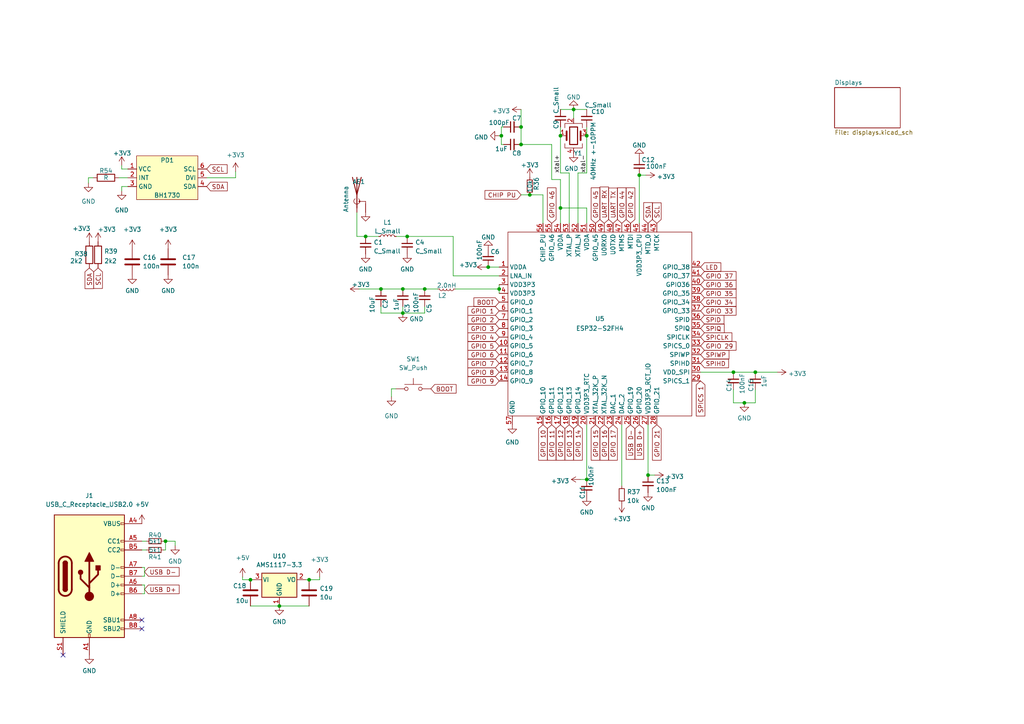
<source format=kicad_sch>
(kicad_sch (version 20211123) (generator eeschema)
  (paper "A4")
  (lib_symbols
    (symbol "BH1730:BH1730"
      (property "Reference" "PD1" (at 0 5.08 0))
      (property "Value" "BH1730" (at 0 -5.08 0))
      (symbol "BH1730_0_1"
        (rectangle (start -8.89 6.35) (end 8.89 -6.35) (fill (type background)))
      )
      (symbol "BH1730_1_1"
        (pin input line (at -11.43 2.54 0) (length 2.54) (name "VCC") (number "1"))
        (pin input line (at -11.43 0 0) (length 2.54) (name "INT") (number "2"))
        (pin input line (at -11.43 -2.54 0) (length 2.54) (name "GND") (number "3"))
        (pin input line (at 11.43 -2.54 180) (length 2.54) (name "SDA") (number "4"))
        (pin input line (at 11.43 0 180) (length 2.54) (name "DVI") (number "5"))
        (pin input line (at 11.43 2.54 180) (length 2.54) (name "SCL") (number "6"))
      )
    )
    (symbol "Connector:USB_C_Receptacle_USB2.0" (pin_names (offset 1.016))
      (property "Reference" "J" (at -10.16 19.05 0))
      (property "Value" "USB_C_Receptacle_USB2.0" (at 19.05 19.05 0))
      (symbol "USB_C_Receptacle_USB2.0_0_0"
        (rectangle (start -0.254 -17.78) (end 0.254 -16.764))
        (rectangle (start 10.16 -14.986) (end 9.144 -15.494))
        (rectangle (start 10.16 -12.446) (end 9.144 -12.954))
        (rectangle (start 10.16 -4.826) (end 9.144 -5.334))
        (rectangle (start 10.16 -2.286) (end 9.144 -2.794))
        (rectangle (start 10.16 0.254) (end 9.144 -0.254))
        (rectangle (start 10.16 2.794) (end 9.144 2.286))
        (rectangle (start 10.16 7.874) (end 9.144 7.366))
        (rectangle (start 10.16 10.414) (end 9.144 9.906))
        (rectangle (start 10.16 15.494) (end 9.144 14.986))
      )
      (symbol "USB_C_Receptacle_USB2.0_0_1"
        (rectangle (start -10.16 17.78) (end 10.16 -17.78) (stroke (width 0.254)) (fill (type background)))
        (arc (start -8.89 -3.81) (mid -6.985 -5.715) (end -5.08 -3.81) (stroke (width 0.508)))
        (arc (start -7.62 -3.81) (mid -6.985 -4.445) (end -6.35 -3.81) (stroke (width 0.254)))
        (arc (start -7.62 -3.81) (mid -6.985 -4.445) (end -6.35 -3.81) (stroke (width 0.254)) (fill (type outline)))
        (rectangle (start -7.62 -3.81) (end -6.35 3.81) (stroke (width 0.254)) (fill (type outline)))
        (arc (start -6.35 3.81) (mid -6.985 4.445) (end -7.62 3.81) (stroke (width 0.254)))
        (arc (start -6.35 3.81) (mid -6.985 4.445) (end -7.62 3.81) (stroke (width 0.254)) (fill (type outline)))
        (arc (start -5.08 3.81) (mid -6.985 5.715) (end -8.89 3.81) (stroke (width 0.508)))
        (circle (center -2.54 1.143) (radius 0.635) (stroke (width 0.254)) (fill (type outline)))
        (circle (center 0 -5.842) (radius 1.27) (fill (type outline)))
        (polyline (pts (xy -8.89 -3.81) (xy -8.89 3.81)) (stroke (width 0.508)))
        (polyline (pts (xy -5.08 3.81) (xy -5.08 -3.81)) (stroke (width 0.508)))
        (polyline (pts (xy 0 -5.842) (xy 0 4.318)) (stroke (width 0.508)))
        (polyline (pts (xy 0 -3.302) (xy -2.54 -0.762) (xy -2.54 0.508)) (stroke (width 0.508)))
        (polyline (pts (xy 0 -2.032) (xy 2.54 0.508) (xy 2.54 1.778)) (stroke (width 0.508)))
        (polyline (pts (xy -1.27 4.318) (xy 0 6.858) (xy 1.27 4.318) (xy -1.27 4.318)) (stroke (width 0.254)) (fill (type outline)))
        (rectangle (start 1.905 1.778) (end 3.175 3.048) (stroke (width 0.254)) (fill (type outline)))
      )
      (symbol "USB_C_Receptacle_USB2.0_1_1"
        (pin passive line (at 0 -22.86 90) (length 5.08) (name "GND") (number "A1"))
        (pin passive line (at 0 -22.86 90) (length 5.08) hide (name "GND") (number "A12"))
        (pin passive line (at 15.24 15.24 180) (length 5.08) (name "VBUS") (number "A4"))
        (pin bidirectional line (at 15.24 10.16 180) (length 5.08) (name "CC1") (number "A5"))
        (pin bidirectional line (at 15.24 -2.54 180) (length 5.08) (name "D+") (number "A6"))
        (pin bidirectional line (at 15.24 2.54 180) (length 5.08) (name "D-") (number "A7"))
        (pin bidirectional line (at 15.24 -12.7 180) (length 5.08) (name "SBU1") (number "A8"))
        (pin passive line (at 15.24 15.24 180) (length 5.08) hide (name "VBUS") (number "A9"))
        (pin passive line (at 0 -22.86 90) (length 5.08) hide (name "GND") (number "B1"))
        (pin passive line (at 0 -22.86 90) (length 5.08) hide (name "GND") (number "B12"))
        (pin passive line (at 15.24 15.24 180) (length 5.08) hide (name "VBUS") (number "B4"))
        (pin bidirectional line (at 15.24 7.62 180) (length 5.08) (name "CC2") (number "B5"))
        (pin bidirectional line (at 15.24 -5.08 180) (length 5.08) (name "D+") (number "B6"))
        (pin bidirectional line (at 15.24 0 180) (length 5.08) (name "D-") (number "B7"))
        (pin bidirectional line (at 15.24 -15.24 180) (length 5.08) (name "SBU2") (number "B8"))
        (pin passive line (at 15.24 15.24 180) (length 5.08) hide (name "VBUS") (number "B9"))
        (pin passive line (at -7.62 -22.86 90) (length 5.08) (name "SHIELD") (number "S1"))
      )
    )
    (symbol "Device:Antenna_Shield" (pin_numbers hide) (pin_names (offset 1.016) hide)
      (property "Reference" "AE" (at -1.905 4.445 0))
      (property "Value" "Antenna_Shield" (at -1.905 2.54 0))
      (symbol "Antenna_Shield_0_1"
        (arc (start -0.508 -1.143) (mid -0.8429 -2.1194) (end 0 -2.667))
        (arc (start 0 -2.667) (mid 0.7989 -2.1052) (end 0.508 -1.143))
        (polyline (pts (xy 0 -2.54) (xy 0 0)))
        (polyline (pts (xy 0 5.08) (xy 0 -3.81)) (stroke (width 0.254)))
        (polyline (pts (xy 0.762 -1.905) (xy 2.54 -1.905)))
        (polyline (pts (xy 2.54 -2.54) (xy 2.54 -1.905)))
        (polyline (pts (xy 1.27 5.08) (xy 0 0) (xy -1.27 5.08)) (stroke (width 0.254)))
        (circle (center 0.762 -1.905) (radius 0.1778) (fill (type outline)))
      )
      (symbol "Antenna_Shield_1_1"
        (pin input line (at 0 -5.08 90) (length 2.54) (name "A") (number "1"))
        (pin input line (at 2.54 -5.08 90) (length 2.54) (name "Shield") (number "2"))
      )
    )
    (symbol "Device:C" (pin_numbers hide) (pin_names (offset 0.254))
      (property "Reference" "C" (at 0.635 2.54 0))
      (property "Value" "C" (at 0.635 -2.54 0))
      (symbol "C_0_1"
        (polyline (pts (xy -2.032 -0.762) (xy 2.032 -0.762)) (stroke (width 0.508)))
        (polyline (pts (xy -2.032 0.762) (xy 2.032 0.762)) (stroke (width 0.508)))
      )
      (symbol "C_1_1"
        (pin passive line (at 0 3.81 270) (length 2.794) (name "~") (number "1"))
        (pin passive line (at 0 -3.81 90) (length 2.794) (name "~") (number "2"))
      )
    )
    (symbol "Device:C_Small" (pin_numbers hide) (pin_names (offset 0.254) hide)
      (property "Reference" "C" (at 0.254 1.778 0))
      (property "Value" "C_Small" (at 0.254 -2.032 0))
      (symbol "C_Small_0_1"
        (polyline (pts (xy -1.524 -0.508) (xy 1.524 -0.508)) (stroke (width 0.3302)))
        (polyline (pts (xy -1.524 0.508) (xy 1.524 0.508)) (stroke (width 0.3048)))
      )
      (symbol "C_Small_1_1"
        (pin passive line (at 0 2.54 270) (length 2.032) (name "~") (number "1"))
        (pin passive line (at 0 -2.54 90) (length 2.032) (name "~") (number "2"))
      )
    )
    (symbol "Device:Crystal_GND24" (pin_names (offset 1.016) hide)
      (property "Reference" "Y" (at 3.175 5.08 0))
      (property "Value" "Crystal_GND24" (at 3.175 3.175 0))
      (symbol "Crystal_GND24_0_1"
        (rectangle (start -1.143 2.54) (end 1.143 -2.54) (stroke (width 0.3048)))
        (polyline (pts (xy -2.54 0) (xy -2.032 0)))
        (polyline (pts (xy -2.032 -1.27) (xy -2.032 1.27)) (stroke (width 0.508)))
        (polyline (pts (xy 0 -3.81) (xy 0 -3.556)))
        (polyline (pts (xy 0 3.556) (xy 0 3.81)))
        (polyline (pts (xy 2.032 -1.27) (xy 2.032 1.27)) (stroke (width 0.508)))
        (polyline (pts (xy 2.032 0) (xy 2.54 0)))
        (polyline (pts (xy -2.54 -2.286) (xy -2.54 -3.556) (xy 2.54 -3.556) (xy 2.54 -2.286)))
        (polyline (pts (xy -2.54 2.286) (xy -2.54 3.556) (xy 2.54 3.556) (xy 2.54 2.286)))
      )
      (symbol "Crystal_GND24_1_1"
        (pin passive line (at -3.81 0 0) (length 1.27) (name "1") (number "1"))
        (pin passive line (at 0 5.08 270) (length 1.27) (name "2") (number "2"))
        (pin passive line (at 3.81 0 180) (length 1.27) (name "3") (number "3"))
        (pin passive line (at 0 -5.08 90) (length 1.27) (name "4") (number "4"))
      )
    )
    (symbol "Device:L_Small" (pin_numbers hide) (pin_names (offset 0.254) hide)
      (property "Reference" "L" (at 0.762 1.016 0))
      (property "Value" "L_Small" (at 0.762 -1.016 0))
      (symbol "L_Small_0_1"
        (arc (start 0 -2.032) (mid 0.508 -1.524) (end 0 -1.016))
        (arc (start 0 -1.016) (mid 0.508 -0.508) (end 0 0))
        (arc (start 0 0) (mid 0.508 0.508) (end 0 1.016))
        (arc (start 0 1.016) (mid 0.508 1.524) (end 0 2.032))
      )
      (symbol "L_Small_1_1"
        (pin passive line (at 0 2.54 270) (length 0.508) (name "~") (number "1"))
        (pin passive line (at 0 -2.54 90) (length 0.508) (name "~") (number "2"))
      )
    )
    (symbol "Device:R" (pin_numbers hide) (pin_names (offset 0))
      (property "Reference" "R" (at 2.032 0 90))
      (property "Value" "R" (at 0 0 90))
      (symbol "R_0_1"
        (rectangle (start -1.016 -2.54) (end 1.016 2.54) (stroke (width 0.254)))
      )
      (symbol "R_1_1"
        (pin passive line (at 0 3.81 270) (length 1.27) (name "~") (number "1"))
        (pin passive line (at 0 -3.81 90) (length 1.27) (name "~") (number "2"))
      )
    )
    (symbol "Device:R_Small" (pin_numbers hide) (pin_names (offset 0.254) hide)
      (property "Reference" "R" (at 0.762 0.508 0))
      (property "Value" "R_Small" (at 0.762 -1.016 0))
      (symbol "R_Small_0_1"
        (rectangle (start -0.762 1.778) (end 0.762 -1.778) (stroke (width 0.2032)))
      )
      (symbol "R_Small_1_1"
        (pin passive line (at 0 2.54 270) (length 0.762) (name "~") (number "1"))
        (pin passive line (at 0 -2.54 90) (length 0.762) (name "~") (number "2"))
      )
    )
    (symbol "MCU_Espressif:ESP32-S2FH4"
      (property "Reference" "U?" (at 35.56 23.0888 0))
      (property "Value" "ESP32-S2FH4" (at 35.56 20.5488 0))
      (symbol "ESP32-S2FH4_0_1"
        (rectangle (start -26.67 26.67) (end 26.67 -26.67) (stroke (width 0.1524)))
      )
      (symbol "ESP32-S2FH4_1_1"
        (pin power_in line (at -29.21 16.51 0) (length 2.54) (name "VDDA") (number "1"))
        (pin bidirectional line (at -29.21 -6.35 0) (length 2.54) (name "GPIO_5") (number "10"))
        (pin bidirectional line (at -29.21 -8.89 0) (length 2.54) (name "GPIO_6") (number "11"))
        (pin bidirectional line (at -29.21 -11.43 0) (length 2.54) (name "GPIO_7") (number "12"))
        (pin bidirectional line (at -29.21 -13.97 0) (length 2.54) (name "GPIO_8") (number "13"))
        (pin bidirectional line (at -29.21 -16.51 0) (length 2.54) (name "GPIO_9") (number "14"))
        (pin bidirectional line (at -16.51 -29.21 90) (length 2.54) (name "GPIO_10") (number "15"))
        (pin bidirectional line (at -13.97 -29.21 90) (length 2.54) (name "GPIO_11") (number "16"))
        (pin bidirectional line (at -11.43 -29.21 90) (length 2.54) (name "GPIO_12") (number "17"))
        (pin bidirectional line (at -8.89 -29.21 90) (length 2.54) (name "GPIO_13") (number "18"))
        (pin bidirectional line (at -6.35 -29.21 90) (length 2.54) (name "GPIO_14") (number "19"))
        (pin passive line (at -29.21 13.97 0) (length 2.54) (name "LNA_IN") (number "2"))
        (pin power_in line (at -3.81 -29.21 90) (length 2.54) (name "VDD3P3_RTC") (number "20"))
        (pin input line (at -1.27 -29.21 90) (length 2.54) (name "XTAL_32K_P") (number "21"))
        (pin input line (at 1.27 -29.21 90) (length 2.54) (name "XTAL_32K_N") (number "22"))
        (pin bidirectional line (at 3.81 -29.21 90) (length 2.54) (name "DAC_1") (number "23"))
        (pin bidirectional line (at 6.35 -29.21 90) (length 2.54) (name "DAC_2") (number "24"))
        (pin bidirectional line (at 8.89 -29.21 90) (length 2.54) (name "GPIO_19") (number "25"))
        (pin bidirectional line (at 11.43 -29.21 90) (length 2.54) (name "GPIO_20") (number "26"))
        (pin bidirectional line (at 13.97 -29.21 90) (length 2.54) (name "VDD3P3_RCT_IO") (number "27"))
        (pin bidirectional line (at 16.51 -29.21 90) (length 2.54) (name "GPIO_21") (number "28"))
        (pin bidirectional line (at 29.21 -16.51 180) (length 2.54) (name "SPICS_1") (number "29"))
        (pin power_in line (at -29.21 11.43 0) (length 2.54) (name "VDD3P3") (number "3"))
        (pin power_in line (at 29.21 -13.97 180) (length 2.54) (name "VDD_SPI") (number "30"))
        (pin bidirectional line (at 29.21 -11.43 180) (length 2.54) (name "SPIHD") (number "31"))
        (pin bidirectional line (at 29.21 -8.89 180) (length 2.54) (name "SPIWP") (number "32"))
        (pin bidirectional line (at 29.21 -6.35 180) (length 2.54) (name "SPICS_0") (number "33"))
        (pin bidirectional line (at 29.21 -3.81 180) (length 2.54) (name "SPICLK") (number "34"))
        (pin bidirectional line (at 29.21 -1.27 180) (length 2.54) (name "SPIQ") (number "35"))
        (pin bidirectional line (at 29.21 1.27 180) (length 2.54) (name "SPID") (number "36"))
        (pin bidirectional line (at 29.21 3.81 180) (length 2.54) (name "GPIO_33") (number "37"))
        (pin bidirectional line (at 29.21 6.35 180) (length 2.54) (name "GPIO_34") (number "38"))
        (pin bidirectional line (at 29.21 8.89 180) (length 2.54) (name "GPIO_35") (number "39"))
        (pin power_in line (at -29.21 8.89 0) (length 2.54) (name "VDD3P3") (number "4"))
        (pin bidirectional line (at 29.21 11.43 180) (length 2.54) (name "GPIO36") (number "40"))
        (pin bidirectional line (at 29.21 13.97 180) (length 2.54) (name "GPIO_37") (number "41"))
        (pin bidirectional line (at 29.21 16.51 180) (length 2.54) (name "GPIO_38") (number "42"))
        (pin bidirectional line (at 16.51 29.21 270) (length 2.54) (name "MTCK") (number "43"))
        (pin bidirectional line (at 13.97 29.21 270) (length 2.54) (name "MTD_0") (number "44"))
        (pin bidirectional line (at 11.43 29.21 270) (length 2.54) (name "VDD3P3_CPU") (number "45"))
        (pin bidirectional line (at 8.89 29.21 270) (length 2.54) (name "MTDI") (number "46"))
        (pin bidirectional line (at 6.35 29.21 270) (length 2.54) (name "MTMS") (number "47"))
        (pin bidirectional line (at 3.81 29.21 270) (length 2.54) (name "U0TXD") (number "48"))
        (pin bidirectional line (at 1.27 29.21 270) (length 2.54) (name "U0RXD") (number "49"))
        (pin bidirectional line (at -29.21 6.35 0) (length 2.54) (name "GPIO_0") (number "5"))
        (pin bidirectional line (at -1.27 29.21 270) (length 2.54) (name "GPIO_45") (number "50"))
        (pin power_in line (at -3.81 29.21 270) (length 2.54) (name "VDDA") (number "51"))
        (pin input line (at -6.35 29.21 270) (length 2.54) (name "XTAL_N") (number "52"))
        (pin input line (at -8.89 29.21 270) (length 2.54) (name "XTAL_P") (number "53"))
        (pin power_in line (at -11.43 29.21 270) (length 2.54) (name "VDDA") (number "54"))
        (pin bidirectional line (at -13.97 29.21 270) (length 2.54) (name "GPIO_46") (number "55"))
        (pin bidirectional line (at -16.51 29.21 270) (length 2.54) (name "CHIP_PU") (number "56"))
        (pin power_out line (at -25.4 -29.21 90) (length 2.54) (name "GND") (number "57"))
        (pin bidirectional line (at -29.21 3.81 0) (length 2.54) (name "GPIO_1") (number "6"))
        (pin bidirectional line (at -29.21 1.27 0) (length 2.54) (name "GPIO_2") (number "7"))
        (pin bidirectional line (at -29.21 -1.27 0) (length 2.54) (name "GPIO_3") (number "8"))
        (pin bidirectional line (at -29.21 -3.81 0) (length 2.54) (name "GPIO_4") (number "9"))
      )
    )
    (symbol "Regulator_Linear:AMS1117-3.3" (pin_names (offset 0.254))
      (property "Reference" "U" (at -3.81 3.175 0))
      (property "Value" "AMS1117-3.3" (at 0 3.175 0))
      (symbol "AMS1117-3.3_0_1"
        (rectangle (start -5.08 -5.08) (end 5.08 1.905) (stroke (width 0.254)) (fill (type background)))
      )
      (symbol "AMS1117-3.3_1_1"
        (pin power_in line (at 0 -7.62 90) (length 2.54) (name "GND") (number "1"))
        (pin power_out line (at 7.62 0 180) (length 2.54) (name "VO") (number "2"))
        (pin power_in line (at -7.62 0 0) (length 2.54) (name "VI") (number "3"))
      )
    )
    (symbol "Switch:SW_Push" (pin_numbers hide) (pin_names (offset 1.016) hide)
      (property "Reference" "SW" (at 1.27 2.54 0))
      (property "Value" "SW_Push" (at 0 -1.524 0))
      (symbol "SW_Push_0_1"
        (circle (center -2.032 0) (radius 0.508))
        (polyline (pts (xy 0 1.27) (xy 0 3.048)))
        (polyline (pts (xy 2.54 1.27) (xy -2.54 1.27)))
        (circle (center 2.032 0) (radius 0.508))
        (pin passive line (at -5.08 0 0) (length 2.54) (name "1") (number "1"))
        (pin passive line (at 5.08 0 180) (length 2.54) (name "2") (number "2"))
      )
    )
    (symbol "power:+3.3V" (power) (pin_names (offset 0))
      (property "Value" "+3.3V" (at 0 3.556 0))
      (symbol "+3.3V_0_1"
        (polyline (pts (xy -0.762 1.27) (xy 0 2.54)))
        (polyline (pts (xy 0 0) (xy 0 2.54)))
        (polyline (pts (xy 0 2.54) (xy 0.762 1.27)))
      )
      (symbol "+3.3V_1_1"
        (pin power_in line (at 0 0 90) (length 0) hide (name "+3V3") (number "1"))
      )
    )
    (symbol "power:+3V3" (power) (pin_names (offset 0))
      (property "Value" "+3V3" (at 0 3.556 0))
      (symbol "+3V3_0_1"
        (polyline (pts (xy -0.762 1.27) (xy 0 2.54)))
        (polyline (pts (xy 0 0) (xy 0 2.54)))
        (polyline (pts (xy 0 2.54) (xy 0.762 1.27)))
      )
      (symbol "+3V3_1_1"
        (pin power_in line (at 0 0 90) (length 0) hide (name "+3V3") (number "1"))
      )
    )
    (symbol "power:+5V" (power) (pin_names (offset 0))
      (property "Value" "+5V" (at 0 3.556 0))
      (symbol "+5V_0_1"
        (polyline (pts (xy -0.762 1.27) (xy 0 2.54)))
        (polyline (pts (xy 0 0) (xy 0 2.54)))
        (polyline (pts (xy 0 2.54) (xy 0.762 1.27)))
      )
      (symbol "+5V_1_1"
        (pin power_in line (at 0 0 90) (length 0) hide (name "+5V") (number "1"))
      )
    )
    (symbol "power:GND" (power) (pin_names (offset 0))
      (property "Value" "GND" (at 0 -3.81 0))
      (symbol "GND_0_1"
        (polyline (pts (xy 0 0) (xy 0 -1.27) (xy 1.27 -1.27) (xy 0 -2.54) (xy -1.27 -1.27) (xy 0 -1.27)))
      )
      (symbol "GND_1_1"
        (pin power_in line (at 0 0 270) (length 0) hide (name "GND") (number "1"))
      )
    )
  )
  (junction (at 215.9 116.84))
  (junction (at 170.18 139.065))
  (junction (at 48.006 156.972))
  (junction (at 89.662 168.148))
  (junction (at 151.13 36.83))
  (junction (at 118.11 68.58))
  (junction (at 145.415 39.37))
  (junction (at 144.78 83.82))
  (junction (at 106.045 68.58))
  (junction (at 151.13 41.91))
  (junction (at 162.56 60.325))
  (junction (at 72.644 168.148))
  (junction (at 187.96 137.795))
  (junction (at 166.37 31.75))
  (junction (at 212.725 107.95))
  (junction (at 141.605 77.47))
  (junction (at 116.84 90.805))
  (junction (at 123.19 83.82))
  (junction (at 81.026 175.768))
  (junction (at 185.42 50.8))
  (junction (at 219.075 107.95))
  (junction (at 110.49 83.82))
  (junction (at 153.67 56.515))
  (junction (at 116.84 83.82))
  (junction (at 170.18 39.37))
  (junction (at 162.56 39.37))
  (no_connect (at 41.148 179.832))
  (no_connect (at 41.148 182.372))
  (no_connect (at 18.288 189.992))
  (wire (pts (xy 48.006 159.512) (xy 48.006 156.972)))
  (wire (pts (xy 162.56 50.165) (xy 165.1 50.165)))
  (wire (pts (xy 153.67 56.515) (xy 157.48 56.515)))
  (wire (pts (xy 180.34 123.19) (xy 180.34 140.97)))
  (wire (pts (xy 160.02 52.07) (xy 160.02 41.91)))
  (wire (pts (xy 41.148 164.592) (xy 41.91 164.592)))
  (wire (pts (xy 114.808 112.776) (xy 113.538 112.776)))
  (wire (pts (xy 162.56 64.77) (xy 162.56 60.325)))
  (wire (pts (xy 145.415 39.37) (xy 145.415 41.91)))
  (wire (pts (xy 116.84 88.9) (xy 116.84 90.805)))
  (wire (pts (xy 103.505 68.58) (xy 106.045 68.58)))
  (wire (pts (xy 185.42 64.77) (xy 185.42 50.8)))
  (wire (pts (xy 41.148 159.512) (xy 42.418 159.512)))
  (wire (pts (xy 116.84 90.805) (xy 123.19 90.805)))
  (wire (pts (xy 37.084 49.022) (xy 35.306 49.022)))
  (wire (pts (xy 116.84 83.82) (xy 123.19 83.82)))
  (wire (pts (xy 131.445 68.58) (xy 131.445 80.01)))
  (wire (pts (xy 212.725 116.84) (xy 212.725 113.03)))
  (wire (pts (xy 68.326 49.784) (xy 68.326 51.562)))
  (wire (pts (xy 162.56 39.37) (xy 162.56 50.165)))
  (wire (pts (xy 157.48 56.515) (xy 157.48 64.77)))
  (wire (pts (xy 103.505 61.595) (xy 103.505 68.58)))
  (wire (pts (xy 92.71 168.148) (xy 89.662 168.148)))
  (wire (pts (xy 166.37 31.75) (xy 166.37 34.29)))
  (wire (pts (xy 48.006 156.972) (xy 50.8 156.972)))
  (wire (pts (xy 167.64 50.165) (xy 170.18 50.165)))
  (wire (pts (xy 34.544 51.562) (xy 37.084 51.562)))
  (wire (pts (xy 131.445 80.01) (xy 144.78 80.01)))
  (wire (pts (xy 110.49 88.9) (xy 110.49 90.805)))
  (wire (pts (xy 189.865 137.795) (xy 187.96 137.795)))
  (wire (pts (xy 89.662 168.148) (xy 88.646 168.148)))
  (wire (pts (xy 144.78 83.82) (xy 144.78 85.09)))
  (wire (pts (xy 41.91 169.672) (xy 41.91 172.212)))
  (wire (pts (xy 170.18 60.325) (xy 170.18 64.77)))
  (wire (pts (xy 118.11 68.58) (xy 131.445 68.58)))
  (wire (pts (xy 81.026 175.768) (xy 89.662 175.768)))
  (wire (pts (xy 41.91 172.212) (xy 41.148 172.212)))
  (wire (pts (xy 35.306 54.102) (xy 35.306 55.372)))
  (wire (pts (xy 162.56 60.325) (xy 162.56 52.07)))
  (wire (pts (xy 26.924 51.562) (xy 25.654 51.562)))
  (wire (pts (xy 72.644 175.768) (xy 81.026 175.768)))
  (wire (pts (xy 166.37 31.75) (xy 170.18 31.75)))
  (wire (pts (xy 170.18 50.165) (xy 170.18 39.37)))
  (wire (pts (xy 110.49 90.805) (xy 116.84 90.805)))
  (wire (pts (xy 144.78 82.55) (xy 144.78 83.82)))
  (wire (pts (xy 50.8 156.972) (xy 50.8 158.242)))
  (wire (pts (xy 41.91 167.132) (xy 41.148 167.132)))
  (wire (pts (xy 41.148 156.972) (xy 42.418 156.972)))
  (wire (pts (xy 47.498 156.972) (xy 48.006 156.972)))
  (wire (pts (xy 167.64 50.165) (xy 167.64 64.77)))
  (wire (pts (xy 146.05 41.91) (xy 145.415 41.91)))
  (wire (pts (xy 47.498 159.512) (xy 48.006 159.512)))
  (wire (pts (xy 123.19 83.82) (xy 127 83.82)))
  (wire (pts (xy 35.306 48.006) (xy 35.306 49.022)))
  (wire (pts (xy 162.56 60.325) (xy 170.18 60.325)))
  (wire (pts (xy 41.148 169.672) (xy 41.91 169.672)))
  (wire (pts (xy 70.358 168.148) (xy 70.358 167.386)))
  (wire (pts (xy 110.49 83.82) (xy 116.84 83.82)))
  (wire (pts (xy 162.56 36.83) (xy 162.56 39.37)))
  (wire (pts (xy 162.56 52.07) (xy 160.02 52.07)))
  (wire (pts (xy 70.358 168.148) (xy 72.644 168.148)))
  (wire (pts (xy 212.725 107.95) (xy 219.075 107.95)))
  (wire (pts (xy 123.19 88.9) (xy 123.19 90.805)))
  (wire (pts (xy 92.71 167.386) (xy 92.71 168.148)))
  (wire (pts (xy 187.96 123.19) (xy 187.96 137.795)))
  (wire (pts (xy 113.538 112.776) (xy 113.538 115.062)))
  (wire (pts (xy 145.415 36.83) (xy 145.415 39.37)))
  (wire (pts (xy 73.406 168.148) (xy 72.644 168.148)))
  (wire (pts (xy 219.075 113.03) (xy 219.075 116.84)))
  (wire (pts (xy 151.13 36.83) (xy 151.13 41.91)))
  (wire (pts (xy 170.18 123.19) (xy 170.18 139.065)))
  (wire (pts (xy 170.18 36.83) (xy 170.18 39.37)))
  (wire (pts (xy 144.78 39.37) (xy 145.415 39.37)))
  (wire (pts (xy 114.935 68.58) (xy 118.11 68.58)))
  (wire (pts (xy 160.02 41.91) (xy 151.13 41.91)))
  (wire (pts (xy 153.67 56.515) (xy 151.13 56.515)))
  (wire (pts (xy 132.08 83.82) (xy 144.78 83.82)))
  (wire (pts (xy 41.91 164.592) (xy 41.91 167.132)))
  (wire (pts (xy 203.2 107.95) (xy 212.725 107.95)))
  (wire (pts (xy 37.084 54.102) (xy 35.306 54.102)))
  (wire (pts (xy 25.654 51.562) (xy 25.654 53.086)))
  (wire (pts (xy 104.14 83.82) (xy 110.49 83.82)))
  (wire (pts (xy 141.605 77.47) (xy 144.78 77.47)))
  (wire (pts (xy 140.97 77.47) (xy 141.605 77.47)))
  (wire (pts (xy 151.13 31.75) (xy 151.13 36.83)))
  (wire (pts (xy 165.1 50.165) (xy 165.1 64.77)))
  (wire (pts (xy 185.42 50.8) (xy 187.325 50.8)))
  (wire (pts (xy 59.944 51.562) (xy 68.326 51.562)))
  (wire (pts (xy 219.075 116.84) (xy 215.9 116.84)))
  (wire (pts (xy 168.275 139.065) (xy 170.18 139.065)))
  (wire (pts (xy 215.9 116.84) (xy 212.725 116.84)))
  (wire (pts (xy 219.075 107.95) (xy 225.425 107.95)))
  (wire (pts (xy 162.56 31.75) (xy 166.37 31.75)))
  (wire (pts (xy 146.05 36.83) (xy 145.415 36.83)))
  (wire (pts (xy 106.045 68.58) (xy 109.855 68.58)))
  (label "xtal+" (at 162.56 50.165 90))
  (label "xtal-" (at 170.18 50.165 90))
  (global_label "GPIO 44" (shape input) (at 180.34 64.77 90) (property "Intersheet References" "${INTERSHEET_REFS}" (effects hide)))
  (global_label "GPIO 9" (shape input) (at 144.78 110.49 180) (property "Intersheet References" "${INTERSHEET_REFS}" (effects hide)))
  (global_label "GPIO 2" (shape input) (at 144.78 92.71 180) (property "Intersheet References" "${INTERSHEET_REFS}" (effects hide)))
  (global_label "SPIHD" (shape input) (at 203.2 105.41 0) (property "Intersheet References" "${INTERSHEET_REFS}" (effects hide)))
  (global_label "USB D+" (shape input) (at 185.42 123.19 270) (property "Intersheet References" "${INTERSHEET_REFS}" (effects hide)))
  (global_label "SPICLK" (shape input) (at 203.2 97.79 0) (property "Intersheet References" "${INTERSHEET_REFS}" (effects hide)))
  (global_label "UART RX" (shape input) (at 175.26 64.77 90) (property "Intersheet References" "${INTERSHEET_REFS}" (effects hide)))
  (global_label "GPIO 21" (shape input) (at 190.5 123.19 270) (property "Intersheet References" "${INTERSHEET_REFS}" (effects hide)))
  (global_label "SDA" (shape input) (at 59.944 54.102 0) (property "Intersheet References" "${INTERSHEET_REFS}" (effects hide)))
  (global_label "SCL" (shape input) (at 59.944 49.022 0) (property "Intersheet References" "${INTERSHEET_REFS}" (effects hide)))
  (global_label "GPIO 16" (shape input) (at 175.26 123.19 270) (property "Intersheet References" "${INTERSHEET_REFS}" (effects hide)))
  (global_label "GPIO 12" (shape input) (at 162.56 123.19 270) (property "Intersheet References" "${INTERSHEET_REFS}" (effects hide)))
  (global_label "SPIWP" (shape input) (at 203.2 102.87 0) (property "Intersheet References" "${INTERSHEET_REFS}" (effects hide)))
  (global_label "GPIO 13" (shape input) (at 165.1 123.19 270) (property "Intersheet References" "${INTERSHEET_REFS}" (effects hide)))
  (global_label "GPIO 14" (shape input) (at 167.64 123.19 270) (property "Intersheet References" "${INTERSHEET_REFS}" (effects hide)))
  (global_label "SCL" (shape input) (at 28.448 77.724 270) (property "Intersheet References" "${INTERSHEET_REFS}" (effects hide)))
  (global_label "LED" (shape input) (at 203.2 77.47 0) (property "Intersheet References" "${INTERSHEET_REFS}" (effects hide)))
  (global_label "USB D+" (shape input) (at 41.91 170.942 0) (property "Intersheet References" "${INTERSHEET_REFS}" (effects hide)))
  (global_label "SCL" (shape input) (at 190.5 64.77 90) (property "Intersheet References" "${INTERSHEET_REFS}" (effects hide)))
  (global_label "GPIO 45" (shape input) (at 172.72 64.77 90) (property "Intersheet References" "${INTERSHEET_REFS}" (effects hide)))
  (global_label "GPIO 5" (shape input) (at 144.78 100.33 180) (property "Intersheet References" "${INTERSHEET_REFS}" (effects hide)))
  (global_label "GPIO 6" (shape input) (at 144.78 102.87 180) (property "Intersheet References" "${INTERSHEET_REFS}" (effects hide)))
  (global_label "GPIO 17" (shape input) (at 177.8 123.19 270) (property "Intersheet References" "${INTERSHEET_REFS}" (effects hide)))
  (global_label "USB D-" (shape input) (at 182.88 123.19 270) (property "Intersheet References" "${INTERSHEET_REFS}" (effects hide)))
  (global_label "GPIO 36" (shape input) (at 203.2 82.55 0) (property "Intersheet References" "${INTERSHEET_REFS}" (effects hide)))
  (global_label "CHIP PU" (shape input) (at 151.13 56.515 180) (property "Intersheet References" "${INTERSHEET_REFS}" (effects hide)))
  (global_label "SPIQ" (shape input) (at 203.2 95.25 0) (property "Intersheet References" "${INTERSHEET_REFS}" (effects hide)))
  (global_label "GPIO 34" (shape input) (at 203.2 87.63 0) (property "Intersheet References" "${INTERSHEET_REFS}" (effects hide)))
  (global_label "BOOT" (shape input) (at 124.968 112.776 0) (property "Intersheet References" "${INTERSHEET_REFS}" (effects hide)))
  (global_label "GPIO 42" (shape input) (at 182.88 64.77 90) (property "Intersheet References" "${INTERSHEET_REFS}" (effects hide)))
  (global_label "GPIO 33" (shape input) (at 203.2 90.17 0) (property "Intersheet References" "${INTERSHEET_REFS}" (effects hide)))
  (global_label "GPIO 11" (shape input) (at 160.02 123.19 270) (property "Intersheet References" "${INTERSHEET_REFS}" (effects hide)))
  (global_label "GPIO 35" (shape input) (at 203.2 85.09 0) (property "Intersheet References" "${INTERSHEET_REFS}" (effects hide)))
  (global_label "SPID" (shape input) (at 203.2 92.71 0) (property "Intersheet References" "${INTERSHEET_REFS}" (effects hide)))
  (global_label "GPIO 3" (shape input) (at 144.78 95.25 180) (property "Intersheet References" "${INTERSHEET_REFS}" (effects hide)))
  (global_label "GPIO 10" (shape input) (at 157.48 123.19 270) (property "Intersheet References" "${INTERSHEET_REFS}" (effects hide)))
  (global_label "GPIO 8" (shape input) (at 144.78 107.95 180) (property "Intersheet References" "${INTERSHEET_REFS}" (effects hide)))
  (global_label "SPICS 1" (shape input) (at 203.2 110.49 270) (property "Intersheet References" "${INTERSHEET_REFS}" (effects hide)))
  (global_label "USB D-" (shape input) (at 41.91 165.862 0) (property "Intersheet References" "${INTERSHEET_REFS}" (effects hide)))
  (global_label "SDA" (shape input) (at 25.908 77.724 270) (property "Intersheet References" "${INTERSHEET_REFS}" (effects hide)))
  (global_label "GPIO 37" (shape input) (at 203.2 80.01 0) (property "Intersheet References" "${INTERSHEET_REFS}" (effects hide)))
  (global_label "GPIO 7" (shape input) (at 144.78 105.41 180) (property "Intersheet References" "${INTERSHEET_REFS}" (effects hide)))
  (global_label "SDA" (shape input) (at 187.96 64.77 90) (property "Intersheet References" "${INTERSHEET_REFS}" (effects hide)))
  (global_label "UART TX" (shape input) (at 177.8 64.77 90) (property "Intersheet References" "${INTERSHEET_REFS}" (effects hide)))
  (global_label "GPIO 4" (shape input) (at 144.78 97.79 180) (property "Intersheet References" "${INTERSHEET_REFS}" (effects hide)))
  (global_label "GPIO 15" (shape input) (at 172.72 123.19 270) (property "Intersheet References" "${INTERSHEET_REFS}" (effects hide)))
  (global_label "GPIO 46" (shape input) (at 160.02 64.77 90) (property "Intersheet References" "${INTERSHEET_REFS}" (effects hide)))
  (global_label "GPIO 29" (shape input) (at 203.2 100.33 0) (property "Intersheet References" "${INTERSHEET_REFS}" (effects hide)))
  (global_label "BOOT" (shape input) (at 144.78 87.63 180) (property "Intersheet References" "${INTERSHEET_REFS}" (effects hide)))
  (global_label "GPIO 1" (shape input) (at 144.78 90.17 180) (property "Intersheet References" "${INTERSHEET_REFS}" (effects hide)))
  (symbol (lib_id "power:GND") (at 144.78 39.37 270) (unit 1)
    (property "Reference" "#PWR0117" (effects hide))
    (property "Value" "GND" (at 141.6051 39.8038 90) (effects (justify right)))
  )
  (symbol (lib_id "power:+3V3") (at 225.425 107.95 270) (unit 1)
    (property "Reference" "#PWR0106" (effects hide))
    (property "Value" "+3V3" (at 228.6 108.3838 90) (effects (justify left)))
  )
  (symbol (lib_id "power:GND") (at 50.8 158.242 0) (unit 1)
    (property "Reference" "#PWR0153" (effects hide))
    (property "Value" "GND" (at 50.8 162.814 0))
  )
  (symbol (lib_id "Device:C") (at 48.768 75.946 0) (unit 1)
    (property "Reference" "C17" (at 52.832 74.6759 0) (effects (justify left)))
    (property "Value" "100n" (at 52.832 77.2159 0) (effects (justify left)))
    (property "Footprint" "Capacitor_SMD:C_0402_1005Metric" (effects hide))
  )
  (symbol (lib_id "Device:C_Small") (at 116.84 86.36 180) (unit 1)
    (property "Reference" "C3" (at 118.11 90.805 90) (effects (justify right)))
    (property "Value" "1uF" (at 114.935 90.17 90) (effects (justify right)))
    (property "Footprint" "Capacitor_SMD:C_0402_1005Metric" (effects hide))
  )
  (symbol (lib_id "Device:C") (at 38.354 75.946 0) (unit 1)
    (property "Reference" "C16" (at 41.402 74.6759 0) (effects (justify left)))
    (property "Value" "100n" (at 41.402 77.2159 0) (effects (justify left)))
    (property "Footprint" "Capacitor_SMD:C_0402_1005Metric" (effects hide))
  )
  (symbol (lib_id "power:+3.3V") (at 151.13 31.75 90) (unit 1)
    (property "Reference" "#PWR0116" (effects hide))
    (property "Value" "+3.3V" (at 147.955 32.1838 90) (effects (justify left)))
  )
  (symbol (lib_id "Device:C_Small") (at 170.18 141.605 0) (unit 1)
    (property "Reference" "C11" (at 168.91 144.78 90) (effects (justify left)))
    (property "Value" "100nF" (at 171.45 140.97 90) (effects (justify left)))
    (property "Footprint" "Capacitor_SMD:C_0402_1005Metric" (effects hide))
  )
  (symbol (lib_id "power:GND") (at 113.538 115.062 0) (unit 1)
    (property "Reference" "#PWR0101" (effects hide))
    (property "Value" "GND" (at 113.538 120.65 0))
  )
  (symbol (lib_id "Device:Antenna_Shield") (at 103.505 56.515 0) (unit 1)
    (property "Reference" "AE1" (at 102.235 52.705 0) (effects (justify left)))
    (property "Value" "Antenna" (at 100.33 61.595 90) (effects (justify left)))
    (property "Footprint" "RF_Antenna:Texas_SWRA117D_2.4GHz_Left" (effects hide))
  )
  (symbol (lib_id "Regulator_Linear:AMS1117-3.3") (at 81.026 168.148 0) (unit 1)
    (property "Reference" "U10" (at 81.026 161.29 0))
    (property "Value" "AMS1117-3.3" (at 81.026 163.83 0))
    (property "Footprint" "Package_TO_SOT_SMD:SOT-223-3_TabPin2" (effects hide))
    (property "Datasheet" "http://www.advanced-monolithic.com/pdf/ds1117.pdf" (effects hide))
  )
  (symbol (lib_id "power:GND") (at 106.045 73.66 0) (unit 1)
    (property "Reference" "#PWR0111" (effects hide))
    (property "Value" "GND" (at 106.045 78.1034 0))
  )
  (symbol (lib_id "Device:C_Small") (at 212.725 110.49 0) (unit 1)
    (property "Reference" "C14" (at 211.455 113.665 90) (effects (justify left)))
    (property "Value" "100nF" (at 215.265 114.3 90) (effects (justify left)))
    (property "Footprint" "Capacitor_SMD:C_0402_1005Metric" (effects hide))
  )
  (symbol (lib_id "Device:Crystal_GND24") (at 166.37 39.37 0) (unit 1)
    (property "Reference" "Y1" (at 167.64 44.45 0))
    (property "Value" "40MHz +-10PPM" (at 172.085 43.815 90))
    (property "Footprint" "Crystal:Crystal_SMD_2520-4Pin_2.5x2.0mm" (effects hide))
  )
  (symbol (lib_id "power:+3V3") (at 168.275 139.065 90) (unit 1)
    (property "Reference" "#PWR0125" (effects hide))
    (property "Value" "+3V3" (at 165.1 139.4988 90) (effects (justify left)))
  )
  (symbol (lib_id "power:+3V3") (at 38.354 72.136 0) (unit 1)
    (property "Reference" "#PWR0146" (effects hide))
    (property "Value" "+3V3" (at 38.354 66.548 0))
  )
  (symbol (lib_id "power:GND") (at 170.18 144.145 0) (unit 1)
    (property "Reference" "#PWR0108" (effects hide))
    (property "Value" "GND" (at 170.18 148.5884 0))
  )
  (symbol (lib_id "power:GND") (at 35.306 55.372 0) (unit 1)
    (property "Reference" "#PWR0150" (effects hide))
    (property "Value" "GND" (at 35.306 60.96 0))
  )
  (symbol (lib_id "Device:C_Small") (at 123.19 86.36 180) (unit 1)
    (property "Reference" "C5" (at 124.46 90.805 90) (effects (justify right)))
    (property "Value" "100nF" (at 120.65 90.805 90) (effects (justify right)))
    (property "Footprint" "Capacitor_SMD:C_0402_1005Metric" (effects hide))
  )
  (symbol (lib_id "power:+3V3") (at 68.326 49.784 0) (unit 1)
    (property "Reference" "#PWR0142" (effects hide))
    (property "Value" "+3V3" (at 68.326 44.958 0))
  )
  (symbol (lib_id "Device:C") (at 72.644 171.958 0) (unit 1)
    (property "Reference" "C18" (at 67.564 169.926 0) (effects (justify left)))
    (property "Value" "10u" (at 68.326 174.244 0) (effects (justify left)))
    (property "Footprint" "Capacitor_SMD:C_0603_1608Metric" (effects hide))
  )
  (symbol (lib_id "Device:R_Small") (at 44.958 159.512 90) (unit 1)
    (property "Reference" "R41" (at 44.958 161.544 90))
    (property "Value" "5k1" (at 44.958 159.512 90))
    (property "Footprint" "Resistor_SMD:R_0402_1005Metric" (effects hide))
  )
  (symbol (lib_id "power:+3V3") (at 189.865 137.795 270) (unit 1)
    (property "Reference" "#PWR0110" (effects hide))
    (property "Value" "+3V3" (at 193.04 138.2288 90) (effects (justify left)))
  )
  (symbol (lib_id "Device:C_Small") (at 148.59 41.91 90) (unit 1)
    (property "Reference" "C8" (at 149.86 44.45 90))
    (property "Value" "1uF" (at 145.415 43.18 90))
    (property "Footprint" "Capacitor_SMD:C_0402_1005Metric" (effects hide))
  )
  (symbol (lib_id "power:GND") (at 215.9 116.84 0) (unit 1)
    (property "Reference" "#PWR0105" (effects hide))
    (property "Value" "GND" (at 215.9 121.2834 0))
  )
  (symbol (lib_id "power:+3V3") (at 153.67 51.435 0) (unit 1)
    (property "Reference" "#PWR0113" (effects hide))
    (property "Value" "+3V3" (at 153.67 47.8592 0))
  )
  (symbol (lib_id "power:GND") (at 118.11 73.66 0) (unit 1)
    (property "Reference" "#PWR0119" (effects hide))
    (property "Value" "GND" (at 118.11 78.1034 0))
  )
  (symbol (lib_id "power:+3V3") (at 48.768 72.136 0) (unit 1)
    (property "Reference" "#PWR0147" (effects hide))
    (property "Value" "+3V3" (at 48.768 66.548 0))
  )
  (symbol (lib_id "Device:R_Small") (at 44.958 156.972 90) (unit 1)
    (property "Reference" "R40" (at 44.958 155.194 90))
    (property "Value" "5k1" (at 44.958 156.972 90))
    (property "Footprint" "Resistor_SMD:R_0402_1005Metric" (effects hide))
  )
  (symbol (lib_id "power:GND") (at 25.654 53.086 0) (unit 1)
    (property "Reference" "#PWR0151" (effects hide))
    (property "Value" "GND" (at 25.654 58.42 0))
  )
  (symbol (lib_id "Device:R_Small") (at 153.67 53.975 0) (unit 1)
    (property "Reference" "R36" (at 155.575 55.245 90) (effects (justify left)))
    (property "Value" "10k" (at 153.67 55.88 90) (effects (justify left)))
    (property "Footprint" "Resistor_SMD:R_0402_1005Metric" (effects hide))
  )
  (symbol (lib_id "power:GND") (at 81.026 175.768 0) (unit 1)
    (property "Reference" "#PWR0104" (effects hide))
    (property "Value" "GND" (at 81.026 180.34 0))
  )
  (symbol (lib_id "power:+3.3V") (at 180.34 146.05 180) (unit 1)
    (property "Reference" "#PWR0107" (effects hide))
    (property "Value" "+3.3V" (at 180.34 150.4934 0))
  )
  (symbol (lib_id "Device:L_Small") (at 129.54 83.82 270) (unit 1)
    (property "Reference" "L2" (at 128.27 85.725 90))
    (property "Value" "2.0nH" (at 129.54 82.7841 90))
    (property "Footprint" "Inductor_SMD:L_0402_1005Metric" (effects hide))
  )
  (symbol (lib_id "power:+3.3V") (at 140.97 77.47 90) (unit 1)
    (property "Reference" "#PWR0121" (effects hide))
    (property "Value" "+3.3V" (at 138.43 76.835 90) (effects (justify left)))
  )
  (symbol (lib_id "power:+3V3") (at 35.306 48.006 0) (unit 1)
    (property "Reference" "#PWR0143" (effects hide))
    (property "Value" "+3V3" (at 32.766 44.45 0) (effects (justify left)))
  )
  (symbol (lib_id "Device:R_Small") (at 180.34 143.51 0) (unit 1)
    (property "Reference" "R37" (at 181.8386 142.6753 0) (effects (justify left)))
    (property "Value" "10k" (at 181.8386 145.2122 0) (effects (justify left)))
    (property "Footprint" "Resistor_SMD:R_0402_1005Metric" (effects hide))
  )
  (symbol (lib_id "Connector:USB_C_Receptacle_USB2.0") (at 25.908 167.132 0) (unit 1)
    (property "Reference" "J1" (at 25.908 143.764 0))
    (property "Value" "USB_C_Receptacle_USB2.0" (at 25.908 146.304 0))
    (property "Footprint" "Connector_USB:USB_C_Receptacle_HRO_TYPE-C-31-M-12" (effects hide))
    (property "Datasheet" "https://www.usb.org/sites/default/files/documents/usb_type-c.zip" (effects hide))
  )
  (symbol (lib_id "power:GND") (at 185.42 45.72 180) (unit 1)
    (property "Reference" "#PWR0115" (effects hide))
    (property "Value" "GND" (at 185.42 42.1442 0))
  )
  (symbol (lib_id "Device:C_Small") (at 162.56 34.29 180) (unit 1)
    (property "Reference" "C9" (at 161.29 37.465 90) (effects (justify right)))
    (property "Value" "C_Small" (at 161.29 33.02 90) (effects (justify right)))
    (property "Footprint" "Capacitor_SMD:C_0402_1005Metric" (effects hide))
  )
  (symbol (lib_id "Device:C_Small") (at 110.49 86.36 180) (unit 1)
    (property "Reference" "C2" (at 111.76 89.535 90) (effects (justify right)))
    (property "Value" "10uF" (at 107.95 90.805 90) (effects (justify right)))
    (property "Footprint" "Capacitor_SMD:C_0603_1608Metric" (effects hide))
  )
  (symbol (lib_id "Device:C_Small") (at 170.18 34.29 180) (unit 1)
    (property "Reference" "C10" (at 171.45 32.385 0) (effects (justify right)))
    (property "Value" "C_Small" (at 169.545 30.48 0) (effects (justify right)))
    (property "Footprint" "Capacitor_SMD:C_0402_1005Metric" (effects hide))
  )
  (symbol (lib_id "power:GND") (at 141.605 72.39 180) (unit 1)
    (property "Reference" "#PWR0122" (effects hide))
    (property "Value" "GND" (at 141.605 68.8142 0))
  )
  (symbol (lib_id "power:+3V3") (at 28.448 70.104 0) (unit 1)
    (property "Reference" "#PWR0144" (effects hide))
    (property "Value" "+3V3" (at 30.988 66.548 0))
  )
  (symbol (lib_id "power:GND") (at 106.045 61.595 0) (unit 1)
    (property "Reference" "#PWR?" (effects hide))
    (property "Value" "GND" (effects hide))
  )
  (symbol (lib_id "Device:C_Small") (at 187.96 140.335 0) (unit 1)
    (property "Reference" "C13" (at 190.2841 139.5066 0) (effects (justify left)))
    (property "Value" "100nF" (at 190.2841 142.0435 0) (effects (justify left)))
    (property "Footprint" "Capacitor_SMD:C_0402_1005Metric" (effects hide))
  )
  (symbol (lib_id "Device:R") (at 30.734 51.562 90) (unit 1)
    (property "Reference" "R54" (at 30.734 49.53 90))
    (property "Value" "R" (at 30.734 51.562 90))
    (property "Footprint" "Resistor_SMD:R_0402_1005Metric" (effects hide))
  )
  (symbol (lib_id "power:+3V3") (at 25.908 70.104 0) (unit 1)
    (property "Reference" "#PWR0145" (effects hide))
    (property "Value" "+3V3" (at 23.622 66.294 0))
  )
  (symbol (lib_id "power:GND") (at 148.59 123.19 0) (unit 1)
    (property "Reference" "#PWR0124" (effects hide))
    (property "Value" "GND" (at 148.59 128.27 0))
  )
  (symbol (lib_id "power:GND") (at 25.908 189.992 0) (unit 1)
    (property "Reference" "#PWR0152" (effects hide))
    (property "Value" "GND" (at 25.908 194.564 0))
  )
  (symbol (lib_id "power:+5V") (at 41.148 151.892 0) (unit 1)
    (property "Reference" "#PWR0154" (effects hide))
    (property "Value" "+5V" (at 41.148 146.304 0))
  )
  (symbol (lib_id "power:GND") (at 38.354 79.756 0) (unit 1)
    (property "Reference" "#PWR0148" (effects hide))
    (property "Value" "GND" (at 38.354 84.328 0))
  )
  (symbol (lib_id "Device:L_Small") (at 112.395 68.58 90) (unit 1)
    (property "Reference" "L1" (at 112.395 64.4992 90))
    (property "Value" "L_Small" (at 112.395 67.0361 90))
    (property "Footprint" "Inductor_SMD:L_0402_1005Metric" (effects hide))
  )
  (symbol (lib_id "Device:C_Small") (at 118.11 71.12 0) (unit 1)
    (property "Reference" "C4" (at 120.4341 70.2916 0) (effects (justify left)))
    (property "Value" "C_Small" (at 120.4341 72.8285 0) (effects (justify left)))
    (property "Footprint" "Capacitor_SMD:C_0402_1005Metric" (effects hide))
  )
  (symbol (lib_id "MCU_Espressif:ESP32-S2FH4") (at 173.99 93.98 0) (unit 1)
    (property "Reference" "U5" (at 173.99 92.456 0))
    (property "Value" "ESP32-S2FH4" (at 173.99 95.25 0))
    (property "Footprint" "Ian's Custom Components:ESP32-S2" (effects hide))
  )
  (symbol (lib_id "Device:C_Small") (at 141.605 74.93 180) (unit 1)
    (property "Reference" "C6" (at 142.24 73.025 0) (effects (justify right)))
    (property "Value" "100nF" (at 139.065 75.565 90) (effects (justify right)))
    (property "Footprint" "Capacitor_SMD:C_0402_1005Metric" (effects hide))
  )
  (symbol (lib_id "power:GND") (at 187.96 142.875 0) (unit 1)
    (property "Reference" "#PWR0109" (effects hide))
    (property "Value" "GND" (at 187.96 147.3184 0))
  )
  (symbol (lib_id "power:+3.3V") (at 104.14 83.82 90) (unit 1)
    (property "Reference" "#PWR0112" (effects hide))
    (property "Value" "+3.3V" (at 107.315 82.55 90) (effects (justify left)))
  )
  (symbol (lib_id "power:+3.3V") (at 187.325 50.8 270) (unit 1)
    (property "Reference" "#PWR0123" (effects hide))
    (property "Value" "+3.3V" (at 190.5 51.2338 90) (effects (justify left)))
  )
  (symbol (lib_id "Device:C_Small") (at 106.045 71.12 0) (unit 1)
    (property "Reference" "C1" (at 108.3691 70.2916 0) (effects (justify left)))
    (property "Value" "C_Small" (at 108.3691 72.8285 0) (effects (justify left)))
    (property "Footprint" "Capacitor_SMD:C_0402_1005Metric" (effects hide))
  )
  (symbol (lib_id "power:GND") (at 116.84 90.805 0) (unit 1)
    (property "Reference" "#PWR0120" (effects hide))
    (property "Value" "GND" (at 118.745 92.5088 0) (effects (justify left)))
  )
  (symbol (lib_id "Device:R") (at 25.908 73.914 0) (unit 1)
    (property "Reference" "R38" (at 21.59 73.66 0) (effects (justify left)))
    (property "Value" "2k2" (at 20.32 75.692 0) (effects (justify left)))
    (property "Footprint" "Resistor_SMD:R_0402_1005Metric" (effects hide))
  )
  (symbol (lib_id "power:GND") (at 166.37 31.75 180) (unit 1)
    (property "Reference" "#PWR0118" (effects hide))
    (property "Value" "GND" (at 166.37 28.1742 0))
  )
  (symbol (lib_id "BH1730:BH1730") (at 48.514 51.562 0) (unit 1)
    (property "Reference" "PD1" (at 48.514 46.482 0))
    (property "Value" "BH1730" (at 48.514 56.642 0))
    (property "Footprint" "Ian's Custom Components:WSOF6" (effects hide))
  )
  (symbol (lib_id "Device:C_Small") (at 148.59 36.83 90) (unit 1)
    (property "Reference" "C7" (at 149.86 34.29 90))
    (property "Value" "100pF" (at 144.78 35.56 90))
    (property "Footprint" "Capacitor_SMD:C_0402_1005Metric" (effects hide))
  )
  (symbol (lib_id "Device:R") (at 28.448 73.914 0) (unit 1)
    (property "Reference" "R39" (at 30.226 72.898 0) (effects (justify left)))
    (property "Value" "2k2" (at 30.226 75.692 0) (effects (justify left)))
    (property "Footprint" "Resistor_SMD:R_0402_1005Metric" (effects hide))
  )
  (symbol (lib_id "power:GND") (at 166.37 44.45 0) (unit 1)
    (property "Reference" "#PWR0114" (effects hide))
    (property "Value" "GND" (at 165.735 48.895 0))
  )
  (symbol (lib_id "power:GND") (at 48.768 79.756 0) (unit 1)
    (property "Reference" "#PWR0149" (effects hide))
    (property "Value" "GND" (at 48.768 84.328 0))
  )
  (symbol (lib_id "power:+5V") (at 70.358 167.386 0) (unit 1)
    (property "Reference" "#PWR0102" (effects hide))
    (property "Value" "+5V" (at 70.358 161.798 0))
  )
  (symbol (lib_id "power:+3V3") (at 92.71 167.386 0) (unit 1)
    (property "Reference" "#PWR0103" (effects hide))
    (property "Value" "+3V3" (at 92.71 162.306 0))
  )
  (symbol (lib_id "Device:C_Small") (at 185.42 48.26 0) (unit 1)
    (property "Reference" "C12" (at 186.055 46.355 0) (effects (justify left)))
    (property "Value" "100nF" (at 187.325 48.26 0) (effects (justify left)))
    (property "Footprint" "Capacitor_SMD:C_0402_1005Metric" (effects hide))
  )
  (symbol (lib_id "Switch:SW_Push") (at 119.888 112.776 0) (unit 1)
    (property "Reference" "SW1" (at 119.888 104.14 0))
    (property "Value" "SW_Push" (at 119.888 106.68 0))
    (property "Footprint" "Ian's Custom Components:5.2mm_Tactile_Push_Button" (effects hide))
  )
  (symbol (lib_id "Device:C_Small") (at 219.075 110.49 0) (unit 1)
    (property "Reference" "C15" (at 217.805 113.665 90) (effects (justify left)))
    (property "Value" "1uF" (at 221.615 112.395 90) (effects (justify left)))
    (property "Footprint" "Capacitor_SMD:C_0402_1005Metric" (effects hide))
  )
  (symbol (lib_id "Device:C") (at 89.662 171.958 0) (unit 1)
    (property "Reference" "C19" (at 92.71 170.6879 0) (effects (justify left)))
    (property "Value" "10u" (at 92.71 173.2279 0) (effects (justify left)))
    (property "Footprint" "Capacitor_SMD:C_0603_1608Metric" (effects hide))
  )
  (sheet (at 242.062 25.4) (size 19.05 11.684) (stroke (width 0.1524))
    (property "Sheet name" "Displays" (at 242.062 24.6884 0) (effects (justify left bottom)))
    (property "Sheet file" "displays.kicad_sch" (at 242.062 37.6686 0) (effects (justify left top)))
  )
)
</source>
